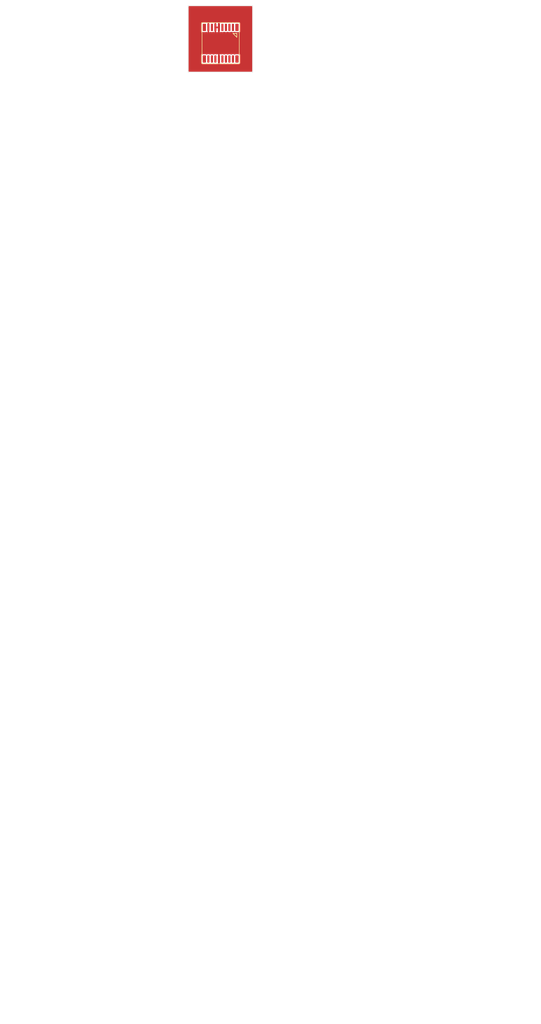
<source format=kicad_pcb>
(kicad_pcb (version 20221018) (generator pcbnew)
  (layers (0 "F.Cu" signal) (1 "In1.Cu" power) (2 "In2.Cu" power) (3 "In3.Cu" signal) (4 "In4.Cu" signal) (31 "B.Cu" signal) (34 "B.Paste" user) (35 "F.Paste" user) (36 "B.SilkS" user "B.Silkscreen") (37 "F.SilkS" user "F.Silkscreen") (38 "B.Mask" user) (39 "F.Mask" user) (44 "Edge.Cuts" user))
  (net 0 "")
  (net 1 "GND")
  (net 2 "+3V3")
  (net 3 "D1G")
  (net 4 "D1R")
  (net 5 "D1B")
  (net 6 "D2G")
  (net 7 "D2R")
  (net 8 "D2B")
  (net 9 "AUTO_UP")
  (net 10 "AUTO_DN")
  (net 11 "SCL")
  (net 12 "SDA")
  (footprint "Library:SSOP20" (layer "F.Cu") (at -9.2 -32 -90)
    (fp_text reference "U2" hide)
    (fp_text value "PCF8574ATS" hide)
    (fp_line (start -3.8 -3.48) (end -3.75 -3.53) (stroke (width 0.1)) (layer "F.SilkS"))
    (fp_line (start -3.8 3.48) (end -3.8 -3.48) (stroke (width 0.1)) (layer "F.SilkS"))
    (fp_line (start -3.75 -3.53) (end -2.09 -3.53) (stroke (width 0.1)) (layer "F.SilkS"))
    (fp_line (start -3.75 3.53) (end -3.8 3.48) (stroke (width 0.1)) (layer "F.SilkS"))
    (fp_line (start -2.09 -3.53) (end -2.04 -3.45) (stroke (width 0.1)) (layer "F.SilkS"))
    (fp_line (start -2.09 3.53) (end -3.75 3.53) (stroke (width 0.1)) (layer "F.SilkS"))
    (fp_line (start -2.04 -3.45) (end 2.04 -3.45) (stroke (width 0.1)) (layer "F.SilkS"))
    (fp_line (start -2.04 3.45) (end -2.09 3.53) (stroke (width 0.1)) (layer "F.SilkS"))
    (fp_line (start -1.8 -3) (end -1.1 -3) (stroke (width 0.12)) (layer "F.SilkS"))
    (fp_line (start -1.8 -2.3) (end -1.8 -3) (stroke (width 0.12)) (layer "F.SilkS"))
    (fp_line (start -1.1 -3) (end -1.8 -2.3) (stroke (width 0.12)) (layer "F.SilkS"))
    (fp_line (start 2.04 -3.45) (end 2.09 -3.53) (stroke (width 0.1)) (layer "F.SilkS"))
    (fp_line (start 2.04 3.45) (end -2.04 3.45) (stroke (width 0.1)) (layer "F.SilkS"))
    (fp_line (start 2.04 3.48) (end 2.04 3.45) (stroke (width 0.1)) (layer "F.SilkS"))
    (fp_line (start 2.09 -3.53) (end 3.75 -3.53) (stroke (width 0.1)) (layer "F.SilkS"))
    (fp_line (start 2.09 3.53) (end 2.04 3.48) (stroke (width 0.1)) (layer "F.SilkS"))
    (fp_line (start 3.75 -3.53) (end 3.8 -3.48) (stroke (width 0.1)) (layer "F.SilkS"))
    (fp_line (start 3.75 3.53) (end 2.09 3.53) (stroke (width 0.1)) (layer "F.SilkS"))
    (fp_line (start 3.8 -3.48) (end 3.8 3.48) (stroke (width 0.1)) (layer "F.SilkS"))
    (fp_line (start 3.8 3.48) (end 3.75 3.53) (stroke (width 0.1)) (layer "F.SilkS"))
    (pad "1" smd roundrect (at -2.925 -3.025 270) (size 1.35 0.6) (layers "F.Cu" "F.Paste" "F.Mask") (roundrect_rratio 0.166667) (clearance 0.2))
    (pad "2" smd roundrect (at -2.925 -2.275 270) (size 1.35 0.4) (layers "F.Cu" "F.Paste" "F.Mask") (net 11 "SCL") (clearance 0.2))
    (pad "3" smd roundrect (at -2.925 -1.625 270) (size 1.35 0.4) (layers "F.Cu" "F.Paste" "F.Mask") (clearance 0.2))
    (pad "4" smd roundrect (at -2.925 -0.975 270) (size 1.35 0.4) (layers "F.Cu" "F.Paste" "F.Mask") (net 12 "SDA") (clearance 0.2))
    (pad "5" smd roundrect (at -2.925 -0.325 270) (size 1.35 0.4) (layers "F.Cu" "F.Paste" "F.Mask") (net 2 "+3V3") (clearance 0.2))
    (pad "6" smd roundrect (at -2.925 0.325 270) (size 1.35 0.4) (layers "F.Cu" "F.Paste" "F.Mask") (net 1 "GND") (clearance 0.2))
    (pad "7" smd roundrect (at -2.925 0.975 270) (size 1.35 0.4) (layers "F.Cu" "F.Paste" "F.Mask") (net 1 "GND") (clearance 0.2))
    (pad "8" smd roundrect (at -2.925 1.625 270) (size 1.35 0.4) (layers "F.Cu" "F.Paste" "F.Mask") (clearance 0.2))
    (pad "9" smd roundrect (at -2.925 2.275 270) (size 1.35 0.4) (layers "F.Cu" "F.Paste" "F.Mask") (net 1 "GND") (clearance 0.2))
    (pad "10" smd roundrect (at -2.925 3.025 270) (size 1.35 0.6) (layers "F.Cu" "F.Paste" "F.Mask") (roundrect_rratio 0.166667) (net 9 "AUTO_UP") (clearance 0.2))
    (pad "11" smd roundrect (at 2.925 3.025 270) (size 1.35 0.6) (layers "F.Cu" "F.Paste" "F.Mask") (roundrect_rratio 0.166667) (net 10 "AUTO_DN") (clearance 0.2))
    (pad "12" smd roundrect (at 2.925 2.275 270) (size 1.35 0.4) (layers "F.Cu" "F.Paste" "F.Mask") (net 3 "D1G") (clearance 0.2))
    (pad "13" smd roundrect (at 2.925 1.625 270) (size 1.35 0.4) (layers "F.Cu" "F.Paste" "F.Mask") (clearance 0.2))
    (pad "14" smd roundrect (at 2.925 0.975 270) (size 1.35 0.4) (layers "F.Cu" "F.Paste" "F.Mask") (net 4 "D1R") (clearance 0.2))
    (pad "15" smd roundrect (at 2.925 0.325 270) (size 1.35 0.4) (layers "F.Cu" "F.Paste" "F.Mask") (net 1 "GND") (clearance 0.2))
    (pad "16" smd roundrect (at 2.925 -0.325 270) (size 1.35 0.4) (layers "F.Cu" "F.Paste" "F.Mask") (net 5 "D1B") (clearance 0.2))
    (pad "17" smd roundrect (at 2.925 -0.975 270) (size 1.35 0.4) (layers "F.Cu" "F.Paste" "F.Mask") (net 6 "D2G") (clearance 0.2))
    (pad "18" smd roundrect (at 2.925 -1.625 270) (size 1.35 0.4) (layers "F.Cu" "F.Paste" "F.Mask") (clearance 0.2))
    (pad "19" smd roundrect (at 2.925 -2.275 270) (size 1.35 0.4) (layers "F.Cu" "F.Paste" "F.Mask") (net 7 "D2R") (clearance 0.2))
    (pad "20" smd roundrect (at 2.925 -3.025 270) (size 1.35 0.6) (layers "F.Cu" "F.Paste" "F.Mask") (roundrect_rratio 0.166667) (net 8 "D2B") (clearance 0.2))
  )
  (gr_rect (start -15.24 -38.9636) (end -3.2512 -26.6192) (stroke (width 0.05)) (fill none) (layer "Edge.Cuts"))
  (zone (net 1) (net_name "GND") (layer "F.Cu") (name "GND") (connect_pads (clearance 0.25)) (min_thickness 0.200001) (fill yes (thermal_gap 0.25) (thermal_bridge_width 0.3) (island_removal_mode 1) (island_area_min 5))
    (polygon (pts (xy 50.2 149.7) (xy -50.1 149.6) (xy -50 -40) (xy 50 -40)))
  )
)
</source>
